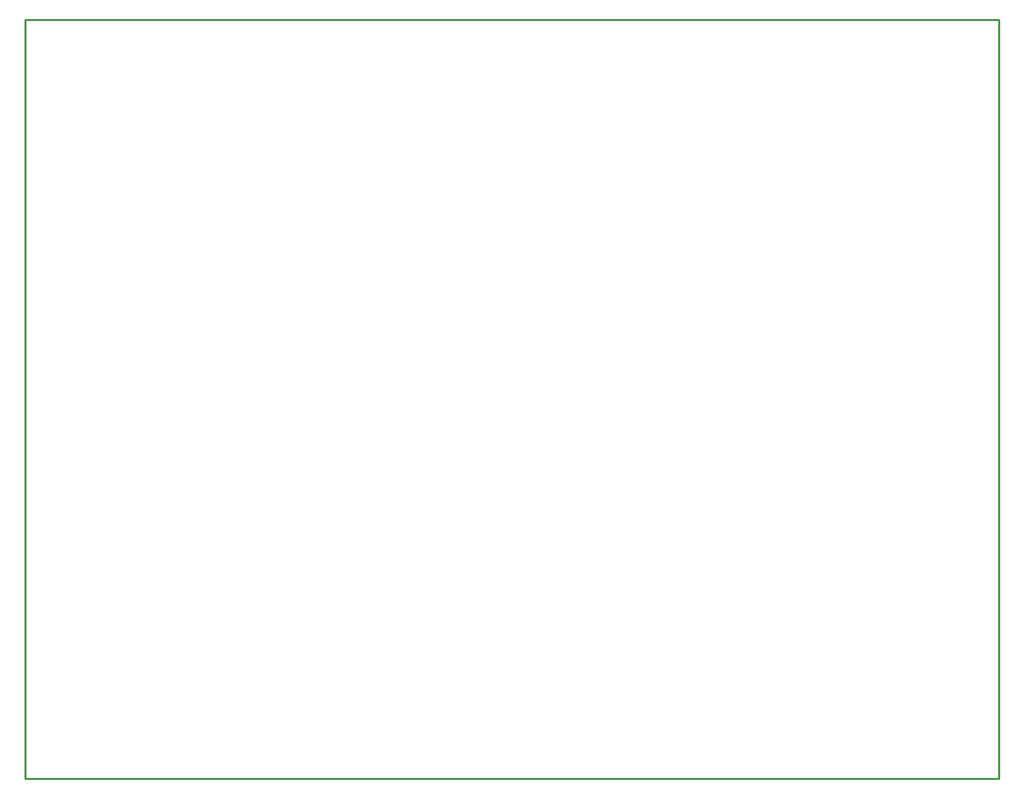
<source format=gko>
G04*
G04 #@! TF.GenerationSoftware,Altium Limited,Altium Designer,19.0.10 (269)*
G04*
G04 Layer_Color=16711935*
%FSTAX24Y24*%
%MOIN*%
G70*
G01*
G75*
%ADD18C,0.0100*%
D18*
X02105Y0501D02*
Y08735D01*
X0688D01*
Y0501D02*
Y08735D01*
X02105Y0501D02*
X0688D01*
M02*

</source>
